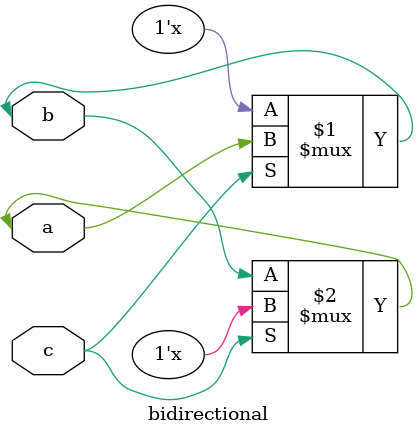
<source format=v>
module bidirectional(c,a,b);
	inout a,b;
	input c;

	bufif1  b1(b,a,c);
	bufif0  b2(a,b,c);

endmodule

</source>
